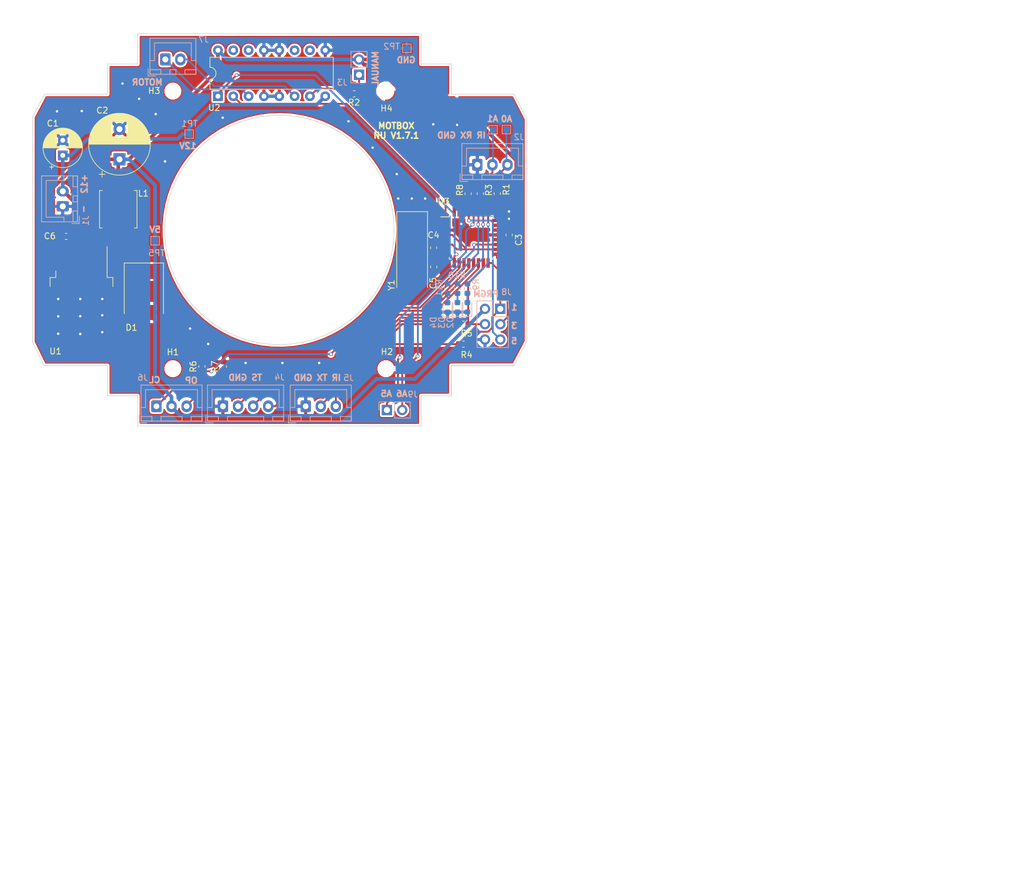
<source format=kicad_pcb>
(kicad_pcb (version 20171130) (host pcbnew 5.0.2-bee76a0~70~ubuntu18.04.1)
  (title_block (date "jeu. 02 avril 2015"))
  (layers (0 F.Cu signal) (31 B.Cu signal) (34 B.Paste user) (35 F.Paste user) (36 B.SilkS user) (37 F.SilkS user) (38 B.Mask user) (39 F.Mask user) (44 Edge.Cuts user))
  (net 0 "")
  (net 1 GND)
  (net 2 /2)
  (net 3 /4)
  (net 4 /7)
  (net 5 /8)
  (net 6 +5V)
  (net 7 +12V)
  (net 8 "Net-(D1-Pad1)")
  (net 9 /6)
  (net 10 /3)
  (net 11 "Net-(J7-Pad2)")
  (net 12 "Net-(J7-Pad1)")
  (net 13 /10)
  (net 14 /11)
  (net 15 /12)
  (net 16 /5)
  (net 17 "Net-(C3-Pad1)")
  (net 18 "Net-(C4-Pad2)")
  (net 19 "Net-(C5-Pad2)")
  (net 20 "Net-(D3-Pad2)")
  (net 21 "Net-(D4-Pad2)")
  (net 22 /A0)
  (net 23 "Net-(D2-Pad2)")
  (net 24 /A1)
  (net 25 /9)
  (net 26 "Net-(J5-Pad2)")
  (net 27 "Net-(J5-Pad3)")
  (net 28 /SCK)
  (net 29 /RESET)
  (net 30 /A6)
  (net 31 /A5)
  (net 32 /A2)
  (net 33 /A3)
  (net 34 /A4)
  (module TestPoint:TestPoint_Pad_1.0x1.0mm (layer B.Cu) (at 174.3 48.8)
    (fp_text reference TP4 hide)
    (fp_text value TestPoint)
    (pad 1 smd rect (at 0 0) (size 1 1) (layers B.Cu B.Mask) (net 24 /A1))
  )
  (module Resistor_SMD:R_0603_1608Metric (layer F.Cu) (at 151.2875 42.85 180)
    (fp_text reference R2 (at 0 -1.43 180) (layer F.SilkS))
    (fp_text value 100K)
    (pad 1 smd roundrect (at -0.7875 0 180) (size 0.875 0.95) (layers F.Cu F.Paste F.Mask) (net 2 /2))
    (pad 2 smd roundrect (at 0.7875 0 180) (size 0.875 0.95) (layers F.Cu F.Paste F.Mask) (net 1 GND))
  )
  (module Resistor_SMD:R_0603_1608Metric (layer F.Cu) (at 175 59.3875 270)
    (fp_text reference R1 (at -0.6875 -1.5 90) (layer F.SilkS))
    (fp_text value 18K)
    (pad 1 smd roundrect (at -0.7875 0 270) (size 0.875 0.95) (layers F.Cu F.Paste F.Mask) (net 6 +5V))
    (pad 2 smd roundrect (at 0.7875 0 270) (size 0.875 0.95) (layers F.Cu F.Paste F.Mask) (net 22 /A0))
  )
  (module Resistor_SMD:R_0603_1608Metric (layer F.Cu) (at 172.2 59.3875 270)
    (fp_text reference R3 (at -0.5875 -1.4 270) (layer F.SilkS))
    (fp_text value 18K)
    (pad 2 smd roundrect (at 0.7875 0 270) (size 0.875 0.95) (layers F.Cu F.Paste F.Mask) (net 24 /A1))
    (pad 1 smd roundrect (at -0.7875 0 270) (size 0.875 0.95) (layers F.Cu F.Paste F.Mask) (net 6 +5V))
  )
  (module Resistor_SMD:R_0603_1608Metric (layer F.Cu) (at 169.3925 84.328 180)
    (fp_text reference R4 (at -0.5335 -1.778 180) (layer F.SilkS))
    (fp_text value 150E)
    (pad 1 smd roundrect (at -0.7875 0 180) (size 0.875 0.95) (layers F.Cu F.Paste F.Mask) (net 15 /12))
    (pad 2 smd roundrect (at 0.7875 0 180) (size 0.875 0.95) (layers F.Cu F.Paste F.Mask) (net 27 "Net-(J5-Pad3)"))
  )
  (module Connector_JST:JST_XH_B03B-XH-A_1x03_P2.50mm_Vertical (layer B.Cu) (at 171.704 54.61)
    (fp_text reference J2 (at 6.9 -4.6) (layer B.SilkS) (effects (justify mirror)))
    (fp_text value JST_XH_3pin)
    (pad 3 thru_hole oval (at 5 0) (size 1.7 1.95) (drill 0.95) (layers *.Cu *.Mask) (net 22 /A0))
    (pad 2 thru_hole oval (at 2.5 0) (size 1.7 1.95) (drill 0.95) (layers *.Cu *.Mask) (net 24 /A1))
    (pad 1 thru_hole roundrect (at 0 0) (size 1.7 1.95) (drill 0.95) (layers *.Cu *.Mask) (roundrect_rratio 0.147059) (net 1 GND))
  )
  (module Package_QFP:TQFP-32_7x7mm_P0.8mm (layer F.Cu) (at 170.69 66.63)
    (fp_text reference U3 (at -4.574 -5.924) (layer F.SilkS))
    (fp_text value ATmega328P-AU)
    (pad 32 smd rect (at -2.8 -4.25 90) (size 1.6 0.55) (layers F.Cu F.Paste F.Mask) (net 2 /2))
    (pad 31 smd rect (at -2 -4.25 90) (size 1.6 0.55) (layers F.Cu F.Paste F.Mask))
    (pad 30 smd rect (at -1.2 -4.25 90) (size 1.6 0.55) (layers F.Cu F.Paste F.Mask))
    (pad 29 smd rect (at -0.4 -4.25 90) (size 1.6 0.55) (layers F.Cu F.Paste F.Mask) (net 29 /RESET))
    (pad 28 smd rect (at 0.4 -4.25 90) (size 1.6 0.55) (layers F.Cu F.Paste F.Mask) (net 31 /A5))
    (pad 27 smd rect (at 1.2 -4.25 90) (size 1.6 0.55) (layers F.Cu F.Paste F.Mask) (net 34 /A4))
    (pad 26 smd rect (at 2 -4.25 90) (size 1.6 0.55) (layers F.Cu F.Paste F.Mask) (net 33 /A3))
    (pad 25 smd rect (at 2.8 -4.25 90) (size 1.6 0.55) (layers F.Cu F.Paste F.Mask) (net 32 /A2))
    (pad 24 smd rect (at 4.25 -2.8) (size 1.6 0.55) (layers F.Cu F.Paste F.Mask) (net 24 /A1))
    (pad 23 smd rect (at 4.25 -2) (size 1.6 0.55) (layers F.Cu F.Paste F.Mask) (net 22 /A0))
    (pad 22 smd rect (at 4.25 -1.2) (size 1.6 0.55) (layers F.Cu F.Paste F.Mask))
    (pad 21 smd rect (at 4.25 -0.4) (size 1.6 0.55) (layers F.Cu F.Paste F.Mask) (net 1 GND))
    (pad 20 smd rect (at 4.25 0.4) (size 1.6 0.55) (layers F.Cu F.Paste F.Mask) (net 17 "Net-(C3-Pad1)"))
    (pad 19 smd rect (at 4.25 1.2) (size 1.6 0.55) (layers F.Cu F.Paste F.Mask) (net 30 /A6))
    (pad 18 smd rect (at 4.25 2) (size 1.6 0.55) (layers F.Cu F.Paste F.Mask) (net 6 +5V))
    (pad 17 smd rect (at 4.25 2.8) (size 1.6 0.55) (layers F.Cu F.Paste F.Mask) (net 28 /SCK))
    (pad 16 smd rect (at 2.8 4.25 90) (size 1.6 0.55) (layers F.Cu F.Paste F.Mask) (net 15 /12))
    (pad 15 smd rect (at 2 4.25 90) (size 1.6 0.55) (layers F.Cu F.Paste F.Mask) (net 14 /11))
    (pad 14 smd rect (at 1.2 4.25 90) (size 1.6 0.55) (layers F.Cu F.Paste F.Mask) (net 13 /10))
    (pad 13 smd rect (at 0.4 4.25 90) (size 1.6 0.55) (layers F.Cu F.Paste F.Mask) (net 25 /9))
    (pad 12 smd rect (at -0.4 4.25 90) (size 1.6 0.55) (layers F.Cu F.Paste F.Mask) (net 5 /8))
    (pad 11 smd rect (at -1.2 4.25 90) (size 1.6 0.55) (layers F.Cu F.Paste F.Mask) (net 4 /7))
    (pad 10 smd rect (at -2 4.25 90) (size 1.6 0.55) (layers F.Cu F.Paste F.Mask) (net 9 /6))
    (pad 9 smd rect (at -2.8 4.25 90) (size 1.6 0.55) (layers F.Cu F.Paste F.Mask) (net 16 /5))
    (pad 8 smd rect (at -4.25 2.8) (size 1.6 0.55) (layers F.Cu F.Paste F.Mask) (net 19 "Net-(C5-Pad2)"))
    (pad 7 smd rect (at -4.25 2) (size 1.6 0.55) (layers F.Cu F.Paste F.Mask) (net 18 "Net-(C4-Pad2)"))
    (pad 6 smd rect (at -4.25 1.2) (size 1.6 0.55) (layers F.Cu F.Paste F.Mask) (net 6 +5V))
    (pad 5 smd rect (at -4.25 0.4) (size 1.6 0.55) (layers F.Cu F.Paste F.Mask) (net 1 GND))
    (pad 4 smd rect (at -4.25 -0.4) (size 1.6 0.55) (layers F.Cu F.Paste F.Mask) (net 6 +5V))
    (pad 3 smd rect (at -4.25 -1.2) (size 1.6 0.55) (layers F.Cu F.Paste F.Mask) (net 1 GND))
    (pad 2 smd rect (at -4.25 -2) (size 1.6 0.55) (layers F.Cu F.Paste F.Mask) (net 3 /4))
    (pad 1 smd rect (at -4.25 -2.8) (size 1.6 0.55) (layers F.Cu F.Paste F.Mask) (net 10 /3))
  )
  (module Resistor_SMD:R_0603_1608Metric (layer F.Cu) (at 170.18 59.4105 270)
    (fp_text reference R8 (at -0.6105 1.38 270) (layer F.SilkS))
    (fp_text value 10K)
    (pad 1 smd roundrect (at -0.7875 0 270) (size 0.875 0.95) (layers F.Cu F.Paste F.Mask) (net 6 +5V))
    (pad 2 smd roundrect (at 0.7875 0 270) (size 0.875 0.95) (layers F.Cu F.Paste F.Mask) (net 29 /RESET))
  )
  (module Connector_JST:JST_XH_B04B-XH-A_1x04_P2.50mm_Vertical (layer B.Cu) (at 129.55 94.625)
    (fp_text reference J4 (at 9.375 -4.8) (layer B.SilkS) (effects (justify mirror)))
    (fp_text value JST_XH_4pin)
    (pad 4 thru_hole oval (at 7.5 0) (size 1.7 1.95) (drill 0.95) (layers *.Cu *.Mask) (net 13 /10))
    (pad 3 thru_hole oval (at 5 0) (size 1.7 1.95) (drill 0.95) (layers *.Cu *.Mask) (net 25 /9))
    (pad 2 thru_hole oval (at 2.5 0) (size 1.7 1.95) (drill 0.95) (layers *.Cu *.Mask) (net 5 /8))
    (pad 1 thru_hole roundrect (at 0 0) (size 1.7 1.95) (drill 0.95) (layers *.Cu *.Mask) (roundrect_rratio 0.147059) (net 1 GND))
  )
  (module Connector_JST:JST_XH_B02B-XH-A_1x02_P2.50mm_Vertical (layer B.Cu) (at 120 37.15)
    (fp_text reference J7 (at 6.35 -3.3) (layer B.SilkS) (effects (justify mirror)))
    (fp_text value JST_XH_2pin)
    (pad 1 thru_hole roundrect (at 0 0) (size 1.7 2) (drill 1) (layers *.Cu *.Mask) (roundrect_rratio 0.147059) (net 12 "Net-(J7-Pad1)"))
    (pad 2 thru_hole oval (at 2.5 0) (size 1.7 2) (drill 1) (layers *.Cu *.Mask) (net 11 "Net-(J7-Pad2)"))
  )
  (module Connector_JST:JST_XH_B02B-XH-A_1x02_P2.50mm_Vertical (layer B.Cu) (at 103 61.5 90)
    (fp_text reference J1 (at -2.375 3.8 90) (layer B.SilkS) (effects (justify mirror)))
    (fp_text value JST_XH_2pin)
    (pad 1 thru_hole roundrect (at 0 0 90) (size 1.7 2) (drill 1) (layers *.Cu *.Mask) (roundrect_rratio 0.147059) (net 1 GND))
    (pad 2 thru_hole oval (at 2.5 0 90) (size 1.7 2) (drill 1) (layers *.Cu *.Mask) (net 7 +12V))
  )
  (module Package_DIP:DIP-16_W7.62mm (layer F.Cu) (at 128.72 43.25 90)
    (fp_text reference U2 (at -1.9 -0.62 180) (layer F.SilkS))
    (fp_text value L293D)
    (pad 1 thru_hole rect (at 0 0 90) (size 1.6 1.6) (drill 0.8) (layers *.Cu *.Mask) (net 16 /5))
    (pad 9 thru_hole oval (at 7.62 17.78 90) (size 1.6 1.6) (drill 0.8) (layers *.Cu *.Mask) (net 1 GND))
    (pad 2 thru_hole oval (at 0 2.54 90) (size 1.6 1.6) (drill 0.8) (layers *.Cu *.Mask) (net 3 /4))
    (pad 10 thru_hole oval (at 7.62 15.24 90) (size 1.6 1.6) (drill 0.8) (layers *.Cu *.Mask))
    (pad 3 thru_hole oval (at 0 5.08 90) (size 1.6 1.6) (drill 0.8) (layers *.Cu *.Mask) (net 12 "Net-(J7-Pad1)"))
    (pad 11 thru_hole oval (at 7.62 12.7 90) (size 1.6 1.6) (drill 0.8) (layers *.Cu *.Mask))
    (pad 4 thru_hole oval (at 0 7.62 90) (size 1.6 1.6) (drill 0.8) (layers *.Cu *.Mask) (net 1 GND))
    (pad 12 thru_hole oval (at 7.62 10.16 90) (size 1.6 1.6) (drill 0.8) (layers *.Cu *.Mask) (net 1 GND))
    (pad 5 thru_hole oval (at 0 10.16 90) (size 1.6 1.6) (drill 0.8) (layers *.Cu *.Mask) (net 1 GND))
    (pad 13 thru_hole oval (at 7.62 7.62 90) (size 1.6 1.6) (drill 0.8) (layers *.Cu *.Mask) (net 1 GND))
    (pad 6 thru_hole oval (at 0 12.7 90) (size 1.6 1.6) (drill 0.8) (layers *.Cu *.Mask) (net 11 "Net-(J7-Pad2)"))
    (pad 14 thru_hole oval (at 7.62 5.08 90) (size 1.6 1.6) (drill 0.8) (layers *.Cu *.Mask))
    (pad 7 thru_hole oval (at 0 15.24 90) (size 1.6 1.6) (drill 0.8) (layers *.Cu *.Mask) (net 10 /3))
    (pad 15 thru_hole oval (at 7.62 2.54 90) (size 1.6 1.6) (drill 0.8) (layers *.Cu *.Mask))
    (pad 8 thru_hole oval (at 0 17.78 90) (size 1.6 1.6) (drill 0.8) (layers *.Cu *.Mask) (net 7 +12V))
    (pad 16 thru_hole oval (at 7.62 0 90) (size 1.6 1.6) (drill 0.8) (layers *.Cu *.Mask) (net 6 +5V))
  )
  (module Package_TO_SOT_SMD:TO-263-5_TabPin3 (layer F.Cu) (at 106.1 76.235 270)
    (fp_text reference U1 (at 9.275 4.3) (layer F.SilkS))
    (fp_text value LM2576R-5.0)
    (pad 1 smd rect (at -5.775 -3.4 270) (size 4.6 1.1) (layers F.Cu F.Paste F.Mask) (net 7 +12V))
    (pad 2 smd rect (at -5.775 -1.7 270) (size 4.6 1.1) (layers F.Cu F.Paste F.Mask) (net 8 "Net-(D1-Pad1)"))
    (pad 3 smd rect (at -5.775 0 270) (size 4.6 1.1) (layers F.Cu F.Paste F.Mask) (net 1 GND))
    (pad 4 smd rect (at -5.775 1.7 270) (size 4.6 1.1) (layers F.Cu F.Paste F.Mask) (net 6 +5V))
    (pad 5 smd rect (at -5.775 3.4 270) (size 4.6 1.1) (layers F.Cu F.Paste F.Mask) (net 1 GND))
    (pad 3 smd rect (at 3.375 0 270) (size 9.4 10.8) (layers F.Cu F.Mask) (net 1 GND))
  )
  (module Inductor_SMD:L_Bourns_SRN6045TA (layer F.Cu) (at 112.2 61.975 90)
    (fp_text reference L1 (at 2.625 4.15 180) (layer F.SilkS))
    (fp_text value SRN6045-101M)
    (pad 1 smd rect (at -2.075 0 90) (size 2.35 5.1) (layers F.Cu F.Paste F.Mask) (net 8 "Net-(D1-Pad1)"))
    (pad 2 smd rect (at 2.075 0 90) (size 2.35 5.1) (layers F.Cu F.Paste F.Mask) (net 6 +5V))
  )
  (module Capacitor_THT:CP_Radial_D6.3mm_P2.50mm (layer F.Cu) (at 103 53.05 90)
    (fp_text reference C1 (at 5.3 -1.65 180) (layer F.SilkS))
    (fp_text value 100uF,25V)
    (pad 1 thru_hole rect (at 0 0 90) (size 1.6 1.6) (drill 0.8) (layers *.Cu *.Mask) (net 7 +12V))
    (pad 2 thru_hole circle (at 2.5 0 90) (size 1.6 1.6) (drill 0.8) (layers *.Cu *.Mask) (net 1 GND))
  )
  (module Capacitor_THT:CP_Radial_D10.0mm_P5.00mm (layer F.Cu) (at 112.4 53.7 90)
    (fp_text reference C2 (at 8.1 -2.85 180) (layer F.SilkS))
    (fp_text value 1000uF,16V)
    (pad 1 thru_hole rect (at 0 0 90) (size 2 2) (drill 1) (layers *.Cu *.Mask) (net 6 +5V))
    (pad 2 thru_hole circle (at 5 0 90) (size 2 2) (drill 1) (layers *.Cu *.Mask) (net 1 GND))
  )
  (module Diode_SMD:D_SMC (layer F.Cu) (at 116.44 75.69 270)
    (fp_text reference D1 (at 5.9 2.05) (layer F.SilkS))
    (fp_text value SS34)
    (pad 1 smd rect (at -3.4 0) (size 3.3 2.5) (layers F.Cu F.Paste F.Mask) (net 8 "Net-(D1-Pad1)"))
    (pad 2 smd rect (at 3.4 0) (size 3.3 2.5) (layers F.Cu F.Paste F.Mask) (net 1 GND))
  )
  (module Connector_JST:JST_XH_B03B-XH-A_1x03_P2.50mm_Vertical (layer B.Cu) (at 118.525 94.625)
    (fp_text reference J6 (at -2.275 -4.75) (layer B.SilkS) (effects (justify mirror)))
    (fp_text value JST_XH_3pin)
    (pad 1 thru_hole roundrect (at 0 0) (size 1.7 1.95) (drill 0.95) (layers *.Cu *.Mask) (roundrect_rratio 0.147059) (net 9 /6))
    (pad 2 thru_hole oval (at 2.5 0) (size 1.7 1.95) (drill 0.95) (layers *.Cu *.Mask) (net 6 +5V))
    (pad 3 thru_hole oval (at 5 0) (size 1.7 1.95) (drill 0.95) (layers *.Cu *.Mask) (net 4 /7))
  )
  (module MountingHole:MountingHole_2.2mm_M2_ISO7380 (layer F.Cu) (at 121.25 88.4)
    (fp_text reference H1 (at 0 -2.75) (layer F.SilkS))
    (fp_text value MountingHole)
    (pad 1 np_thru_hole circle (at 0 0) (size 2.2 2.2) (drill 2.2) (layers *.Cu *.Mask))
  )
  (module MountingHole:MountingHole_2.2mm_M2_ISO7380 (layer F.Cu) (at 156.55 88.4)
    (fp_text reference H2 (at 0.168 -2.802) (layer F.SilkS))
    (fp_text value MountingHole)
    (pad 1 np_thru_hole circle (at 0 0) (size 2.2 2.2) (drill 2.2) (layers *.Cu *.Mask))
  )
  (module MountingHole:MountingHole_2.2mm_M2_ISO7380 (layer F.Cu) (at 121.25 42.4)
    (fp_text reference H3 (at -3.1 -0.05) (layer F.SilkS))
    (fp_text value MountingHole)
    (pad 1 np_thru_hole circle (at 0 0) (size 2.2 2.2) (drill 2.2) (layers *.Cu *.Mask))
  )
  (module MountingHole:MountingHole_2.2mm_M2_ISO7380 (layer F.Cu) (at 156.55 42.4)
    (fp_text reference H4 (at 0.1 2.85) (layer F.SilkS))
    (fp_text value MountingHole)
    (pad 1 np_thru_hole circle (at 0 0) (size 2.2 2.2) (drill 2.2) (layers *.Cu *.Mask))
  )
  (module Capacitor_SMD:C_0603_1608Metric (layer F.Cu) (at 176.98 66.24 90)
    (fp_text reference C3 (at -0.816 1.582 90) (layer F.SilkS))
    (fp_text value 0.1uF)
    (pad 2 smd roundrect (at 0.7875 0 90) (size 0.875 0.95) (layers F.Cu F.Paste F.Mask) (net 1 GND))
    (pad 1 smd roundrect (at -0.7875 0 90) (size 0.875 0.95) (layers F.Cu F.Paste F.Mask) (net 17 "Net-(C3-Pad1)"))
  )
  (module Capacitor_SMD:C_0603_1608Metric (layer F.Cu) (at 164.47 68.3605 270)
    (fp_text reference C4 (at -2.1025 0.02) (layer F.SilkS))
    (fp_text value 22pF)
    (pad 1 smd roundrect (at -0.7875 0 270) (size 0.875 0.95) (layers F.Cu F.Paste F.Mask) (net 1 GND))
    (pad 2 smd roundrect (at 0.7875 0 270) (size 0.875 0.95) (layers F.Cu F.Paste F.Mask) (net 18 "Net-(C4-Pad2)"))
  )
  (module Capacitor_SMD:C_0603_1608Metric (layer F.Cu) (at 164.48 71.5355 90)
    (fp_text reference C5 (at -2.6895 -0.105 90) (layer F.SilkS))
    (fp_text value 22pF)
    (pad 2 smd roundrect (at 0.7875 0 90) (size 0.875 0.95) (layers F.Cu F.Paste F.Mask) (net 19 "Net-(C5-Pad2)"))
    (pad 1 smd roundrect (at -0.7875 0 90) (size 0.875 0.95) (layers F.Cu F.Paste F.Mask) (net 1 GND))
  )
  (module Capacitor_SMD:C_0603_1608Metric (layer F.Cu) (at 103.5625 66.48)
    (fp_text reference C6 (at -2.7025 -0.06) (layer F.SilkS))
    (fp_text value 0.1uF)
    (pad 1 smd roundrect (at -0.7875 0) (size 0.875 0.95) (layers F.Cu F.Paste F.Mask) (net 1 GND))
    (pad 2 smd roundrect (at 0.7875 0) (size 0.875 0.95) (layers F.Cu F.Paste F.Mask) (net 6 +5V))
  )
  (module Connector_PinHeader_2.54mm:PinHeader_1x02_P2.54mm_Vertical (layer B.Cu) (at 152.1 39.7)
    (fp_text reference J3 (at -2.794 1.27) (layer B.SilkS) (effects (justify mirror)))
    (fp_text value Conn_01x02)
    (pad 1 thru_hole rect (at 0 0) (size 1.7 1.7) (drill 1) (layers *.Cu *.Mask) (net 2 /2))
    (pad 2 thru_hole oval (at 0 -2.54) (size 1.7 1.7) (drill 1) (layers *.Cu *.Mask) (net 6 +5V))
  )
  (module Connector_PinHeader_2.54mm:PinHeader_1x02_P2.54mm_Vertical (layer B.Cu) (at 156.718 95.25 270)
    (fp_text reference J9 (at -2.6 -4.307) (layer B.SilkS) (effects (justify mirror)))
    (fp_text value Conn_01x02)
    (pad 2 thru_hole oval (at 0 -2.54 270) (size 1.7 1.7) (drill 1) (layers *.Cu *.Mask) (net 30 /A6))
    (pad 1 thru_hole rect (at 0 0 270) (size 1.7 1.7) (drill 1) (layers *.Cu *.Mask) (net 31 /A5))
  )
  (module Resistor_SMD:R_0603_1608Metric (layer F.Cu) (at 126.05 88.0375 90)
    (fp_text reference R6 (at 0 -1.43 90) (layer F.SilkS))
    (fp_text value 100K)
    (pad 2 smd roundrect (at 0.7875 0 90) (size 0.875 0.95) (layers F.Cu F.Paste F.Mask) (net 1 GND))
    (pad 1 smd roundrect (at -0.7875 0 90) (size 0.875 0.95) (layers F.Cu F.Paste F.Mask) (net 9 /6))
  )
  (module Resistor_SMD:R_0603_1608Metric (layer F.Cu) (at 129.625 88.0375 90)
    (fp_text reference R7 (at 0 -1.43 90) (layer F.SilkS))
    (fp_text value 100K)
    (pad 1 smd roundrect (at -0.7875 0 90) (size 0.875 0.95) (layers F.Cu F.Paste F.Mask) (net 4 /7))
    (pad 2 smd roundrect (at 0.7875 0 90) (size 0.875 0.95) (layers F.Cu F.Paste F.Mask) (net 1 GND))
  )
  (module Resistor_SMD:R_0603_1608Metric (layer B.Cu) (at 170.052 75.128 90)
    (fp_text reference R9 (at 0.698 1.428 90) (layer B.SilkS) (effects (justify mirror)))
    (fp_text value 150E)
    (pad 1 smd roundrect (at -0.7875 0 90) (size 0.875 0.95) (layers B.Cu B.Paste B.Mask) (net 23 "Net-(D2-Pad2)"))
    (pad 2 smd roundrect (at 0.7875 0 90) (size 0.875 0.95) (layers B.Cu B.Paste B.Mask) (net 32 /A2))
  )
  (module Resistor_SMD:R_0603_1608Metric (layer B.Cu) (at 168.4095 75.128 90)
    (fp_text reference R10 (at 2.228 -0.1095) (layer B.SilkS) (effects (justify mirror)))
    (fp_text value 150E)
    (pad 2 smd roundrect (at 0.7875 0 90) (size 0.875 0.95) (layers B.Cu B.Paste B.Mask) (net 33 /A3))
    (pad 1 smd roundrect (at -0.7875 0 90) (size 0.875 0.95) (layers B.Cu B.Paste B.Mask) (net 20 "Net-(D3-Pad2)"))
  )
  (module Resistor_SMD:R_0603_1608Metric (layer B.Cu) (at 166.767 75.128 90)
    (fp_text reference R11 (at 0.128 -1.427 90) (layer B.SilkS) (effects (justify mirror)))
    (fp_text value 150E)
    (pad 1 smd roundrect (at -0.7875 0 90) (size 0.875 0.95) (layers B.Cu B.Paste B.Mask) (net 21 "Net-(D4-Pad2)"))
    (pad 2 smd roundrect (at 0.7875 0 90) (size 0.875 0.95) (layers B.Cu B.Paste B.Mask) (net 34 /A4))
  )
  (module Crystal:Crystal_SMD_HC49-SD (layer F.Cu) (at 160.9 69.078 270)
    (fp_text reference Y1 (at 5.48 3.44 270) (layer F.SilkS))
    (fp_text value ABLS-16.000MHZ-B4-T)
    (pad 1 smd rect (at -4.25 0 270) (size 4.5 2) (layers F.Cu F.Paste F.Mask) (net 18 "Net-(C4-Pad2)"))
    (pad 2 smd rect (at 4.25 0 270) (size 4.5 2) (layers F.Cu F.Paste F.Mask) (net 19 "Net-(C5-Pad2)"))
  )
  (module TestPoint:TestPoint_Pad_1.0x1.0mm (layer B.Cu) (at 123.952 49.53)
    (fp_text reference TP1 (at 0.048 -1.73) (layer B.SilkS) (effects (justify mirror)))
    (fp_text value TestPoint)
    (pad 1 smd rect (at 0 0) (size 1 1) (layers B.Cu B.Mask) (net 7 +12V))
  )
  (module TestPoint:TestPoint_Pad_1.0x1.0mm (layer B.Cu) (at 160.02 35.306)
    (fp_text reference TP2 (at -2.52 -0.306) (layer B.SilkS) (effects (justify mirror)))
    (fp_text value TestPoint)
    (pad 1 smd rect (at 0 0) (size 1 1) (layers B.Cu B.Mask) (net 1 GND))
  )
  (module TestPoint:TestPoint_Pad_1.0x1.0mm (layer B.Cu) (at 176.53 48.768)
    (fp_text reference TP3 hide)
    (fp_text value TestPoint)
    (pad 1 smd rect (at 0 0) (size 1 1) (layers B.Cu B.Mask) (net 22 /A0))
  )
  (module TestPoint:TestPoint_Pad_1.0x1.0mm (layer B.Cu) (at 118.3 67.2)
    (fp_text reference TP5 (at 0.254 2.032) (layer B.SilkS) (effects (justify mirror)))
    (fp_text value TestPoint)
    (pad 1 smd rect (at 0 0) (size 1 1) (layers B.Cu B.Mask) (net 6 +5V))
  )
  (module Connector_JST:JST_XH_B03B-XH-A_1x03_P2.50mm_Vertical (layer B.Cu) (at 143.256 94.625)
    (fp_text reference J5 (at 7.112 -4.709) (layer B.SilkS) (effects (justify mirror)))
    (fp_text value JST_XH_3pin)
    (pad 1 thru_hole roundrect (at 0 0) (size 1.7 1.95) (drill 0.95) (layers *.Cu *.Mask) (roundrect_rratio 0.147059) (net 1 GND))
    (pad 2 thru_hole oval (at 2.5 0) (size 1.7 1.95) (drill 0.95) (layers *.Cu *.Mask) (net 26 "Net-(J5-Pad2)"))
    (pad 3 thru_hole oval (at 5 0) (size 1.7 1.95) (drill 0.95) (layers *.Cu *.Mask) (net 27 "Net-(J5-Pad3)"))
  )
  (module Connector_PinHeader_2.54mm:PinHeader_2x03_P2.54mm_Vertical (layer B.Cu) (at 175.514 78.486 180)
    (fp_text reference J8 (at -1.016 2.794 180) (layer B.SilkS) (effects (justify mirror)))
    (fp_text value Conn_02x03_Odd_Even)
    (pad 1 thru_hole rect (at 0 0 180) (size 1.7 1.7) (drill 1) (layers *.Cu *.Mask) (net 15 /12))
    (pad 2 thru_hole oval (at 2.54 0 180) (size 1.7 1.7) (drill 1) (layers *.Cu *.Mask) (net 6 +5V))
    (pad 3 thru_hole oval (at 0 -2.54 180) (size 1.7 1.7) (drill 1) (layers *.Cu *.Mask) (net 28 /SCK))
    (pad 4 thru_hole oval (at 2.54 -2.54 180) (size 1.7 1.7) (drill 1) (layers *.Cu *.Mask) (net 14 /11))
    (pad 5 thru_hole oval (at 0 -5.08 180) (size 1.7 1.7) (drill 1) (layers *.Cu *.Mask) (net 29 /RESET))
    (pad 6 thru_hole oval (at 2.54 -5.08 180) (size 1.7 1.7) (drill 1) (layers *.Cu *.Mask) (net 1 GND))
  )
  (module Resistor_SMD:R_0603_1608Metric (layer F.Cu) (at 169.3925 81.026 180)
    (fp_text reference R5 (at -0.5335 -1.524 180) (layer F.SilkS))
    (fp_text value 150E)
    (pad 1 smd roundrect (at -0.7875 0 180) (size 0.875 0.95) (layers F.Cu F.Paste F.Mask) (net 14 /11))
    (pad 2 smd roundrect (at 0.7875 0 180) (size 0.875 0.95) (layers F.Cu F.Paste F.Mask) (net 26 "Net-(J5-Pad2)"))
  )
  (module LED_SMD:LED_0603_1608Metric (layer B.Cu) (at 170.052 78.228 90)
    (fp_text reference D2 (at -2.522 -2.852 90) (layer B.SilkS) (effects (justify mirror)))
    (fp_text value LED_RED)
    (pad 2 smd roundrect (at 0.7875 0 90) (size 0.875 0.95) (layers B.Cu B.Paste B.Mask) (net 23 "Net-(D2-Pad2)"))
    (pad 1 smd roundrect (at -0.7875 0 90) (size 0.875 0.95) (layers B.Cu B.Paste B.Mask) (net 1 GND))
  )
  (module LED_SMD:LED_0603_1608Metric (layer B.Cu) (at 168.4095 78.228 90)
    (fp_text reference D3 (at -2.522 -2.5845 90) (layer B.SilkS) (effects (justify mirror)))
    (fp_text value LED_BLUE)
    (pad 1 smd roundrect (at -0.7875 0 90) (size 0.875 0.95) (layers B.Cu B.Paste B.Mask) (net 1 GND))
    (pad 2 smd roundrect (at 0.7875 0 90) (size 0.875 0.95) (layers B.Cu B.Paste B.Mask) (net 20 "Net-(D3-Pad2)"))
  )
  (module LED_SMD:LED_0603_1608Metric (layer B.Cu) (at 166.767 78.258 90)
    (fp_text reference D4 (at -2.492 -2.342 90) (layer B.SilkS) (effects (justify mirror)))
    (fp_text value LED_GREEN)
    (pad 1 smd roundrect (at -0.7875 0 90) (size 0.875 0.95) (layers B.Cu B.Paste B.Mask) (net 1 GND))
    (pad 2 smd roundrect (at 0.7875 0 90) (size 0.875 0.95) (layers B.Cu B.Paste B.Mask) (net 21 "Net-(D4-Pad2)"))
  )
  (gr_text CL (at 118.24 90.27) (layer B.SilkS) (effects (font (size 1 1) (thickness 0.25)) (justify mirror)))
  (gr_text "MOTBOX\nNU V1.7.1" (at 158.275 48.95) (layer F.SilkS) (effects (font (size 1 1) (thickness 0.25))))
  (gr_text A1 (at 174.225 46.975) (layer B.SilkS) (effects (font (size 1 1) (thickness 0.25)) (justify mirror)))
  (gr_text 5V (at 118.3 65.35) (layer B.SilkS) (effects (font (size 1 1) (thickness 0.25)) (justify mirror)))
  (gr_text 12V (at 123.725 51.475) (layer B.SilkS) (effects (font (size 1 1) (thickness 0.25)) (justify mirror)))
  (gr_text 5 (at 177.8 83.82) (layer B.SilkS) (effects (font (size 1 1) (thickness 0.25)) (justify mirror)))
  (gr_text 3 (at 177.8 81.28) (layer B.SilkS) (effects (font (size 1 1) (thickness 0.25)) (justify mirror)))
  (gr_text 1 (at 177.8 78.232) (layer B.SilkS) (effects (font (size 1 1) (thickness 0.25)) (justify mirror)))
  (gr_text A0 (at 176.55 47) (layer B.SilkS) (effects (font (size 1 1) (thickness 0.25)) (justify mirror)))
  (gr_text MOTOR (at 117 40.925) (layer B.SilkS) (effects (font (size 1 1) (thickness 0.25)) (justify mirror)))
  (gr_text GND (at 159.9 37.25) (layer B.SilkS) (effects (font (size 1 1) (thickness 0.25)) (justify mirror)))
  (gr_text "A6 A5" (at 157.9 92.55) (layer B.SilkS) (effects (font (size 1 1) (thickness 0.25)) (justify mirror)))
  (gr_text PRGM (at 173.125 76) (layer B.SilkS) (effects (font (size 1 1) (thickness 0.25)) (justify mirror)))
  (gr_text MANUAL (at 154.8 38.675 90) (layer B.SilkS) (effects (font (size 1 1) (thickness 0.25)) (justify mirror)))
  (gr_text "IR RX GND" (at 169.075 49.725) (layer B.SilkS) (effects (font (size 1 1) (thickness 0.25)) (justify mirror)))
  (gr_text "IR TX GND" (at 145.19 89.9) (layer B.SilkS) (effects (font (size 1 1) (thickness 0.25)) (justify mirror)))
  (gr_text "TS GND" (at 133.25 89.87) (layer B.SilkS) (effects (font (size 1 1) (thickness 0.25)) (justify mirror)))
  (gr_text OP (at 124.29 90.35) (layer B.SilkS) (effects (font (size 1 1) (thickness 0.25)) (justify mirror)))
  (gr_text - (at 106.425 61.95 90) (layer B.SilkS) (effects (font (size 1 1) (thickness 0.25)) (justify mirror)))
  (gr_text +12 (at 106.575 57.775 90) (layer B.SilkS) (effects (font (size 1 1) (thickness 0.25)) (justify mirror)))
  (gr_line (start 179.9 83.9) (end 177.8 87.9) (layer Edge.Cuts) (width 0.1))
  (gr_line (start 98 84) (end 99.9 87.9) (layer Edge.Cuts) (width 0.1))
  (gr_line (start 100 42.9) (end 98 46.7) (layer Edge.Cuts) (width 0.1))
  (gr_line (start 177.8 42.9) (end 179.9 47) (layer Edge.Cuts) (width 0.1))
  (gr_line (start 115.4 92.9) (end 115.4 97.9) (layer Edge.Cuts) (width 0.1))
  (gr_line (start 110.4 92.9) (end 115.4 92.9) (layer Edge.Cuts) (width 0.1))
  (gr_line (start 110.4 87.9) (end 110.4 92.9) (layer Edge.Cuts) (width 0.1))
  (gr_line (start 99.9 87.9) (end 110.4 87.9) (layer Edge.Cuts) (width 0.1))
  (gr_line (start 162.4 97.9) (end 115.4 97.9) (layer Edge.Cuts) (width 0.1))
  (gr_line (start 162.4 92.9) (end 162.4 97.9) (layer Edge.Cuts) (width 0.1))
  (gr_line (start 167.4 92.9) (end 162.4 92.9) (layer Edge.Cuts) (width 0.1))
  (gr_line (start 167.4 87.9) (end 167.4 92.9) (layer Edge.Cuts) (width 0.15))
  (gr_line (start 167.4 87.9) (end 177.8 87.9) (layer Edge.Cuts) (width 0.15))
  (gr_line (start 167.4 42.9) (end 177.8 42.9) (layer Edge.Cuts) (width 0.1))
  (gr_line (start 167.4 37.9) (end 167.4 42.9) (layer Edge.Cuts) (width 0.1))
  (gr_line (start 110.4 42.9) (end 100 42.9) (layer Edge.Cuts) (width 0.1))
  (gr_line (start 110.4 37.9) (end 110.4 42.9) (layer Edge.Cuts) (width 0.1))
  (gr_line (start 179.9 83.9) (end 179.9 47) (layer Edge.Cuts) (width 0.1))
  (gr_line (start 98 84) (end 98 46.7) (layer Edge.Cuts) (width 0.1))
  (gr_line (start 162.4 37.9) (end 167.4 37.9) (layer Edge.Cuts) (width 0.1))
  (gr_line (start 162.4 32.9) (end 162.4 37.9) (layer Edge.Cuts) (width 0.1))
  (gr_line (start 115.4 32.9) (end 162.4 32.9) (layer Edge.Cuts) (width 0.1))
  (gr_line (start 115.4 33) (end 115.4 32.9) (layer Edge.Cuts) (width 0.1))
  (gr_line (start 115.4 37.9) (end 115.4 33) (layer Edge.Cuts) (width 0.1))
  (gr_line (start 110.4 37.9) (end 115.4 37.9) (layer Edge.Cuts) (width 0.1))
  (gr_circle (center 138.9 65.4) (end 157.9 65.5) (layer Edge.Cuts) (width 0.1))
  (via (at 102.25 82.6) (size 0.6) (drill 0.4) (layers F.Cu B.Cu) (net 1))
  (via (at 105.9 82.65) (size 0.6) (drill 0.4) (layers F.Cu B.Cu) (net 1))
  (via (at 109.55 82.35) (size 0.6) (drill 0.4) (layers F.Cu B.Cu) (net 1))
  (via (at 109.55 79.55) (size 0.6) (drill 0.4) (layers F.Cu B.Cu) (net 1))
  (via (at 105.9 79.7) (size 0.6) (drill 0.4) (layers F.Cu B.Cu) (net 1))
  (via (at 102.25 79.725) (size 0.6) (drill 0.4) (layers F.Cu B.Cu) (net 1))
  (via (at 109.55 76.85) (size 0.6) (drill 0.4) (layers F.Cu B.Cu) (net 1))
  (via (at 105.9 76.85) (size 0.6) (drill 0.4) (layers F.Cu B.Cu) (net 1))
  (via (at 102.25 76.85) (size 0.6) (drill 0.4) (layers F.Cu B.Cu) (net 1))
  (segment (start 165.013 67.03) (end 164.47 67.573) (width 0.3) (layer F.Cu) (net 1))
  (segment (start 166.44 67.03) (end 165.013 67.03) (width 0.3) (layer F.Cu) (net 1))
  (segment (start 176.2025 66.23) (end 176.98 65.4525) (width 0.3) (layer F.Cu) (net 1))
  (segment (start 174.94 66.23) (end 176.2025 66.23) (width 0.3) (layer F.Cu) (net 1))
  (via (at 176.95 63.55) (size 0.6) (drill 0.4) (layers F.Cu B.Cu) (net 1))
  (via (at 176.95 62.35) (size 0.6) (drill 0.4) (layers F.Cu B.Cu) (net 1))
  (segment (start 173.84 66.23) (end 174.94 66.23) (width 0.3) (layer F.Cu) (net 1))
  (segment (start 169.426494 65.43) (end 170.226494 66.23) (width 0.3) (layer F.Cu) (net 1))
  (segment (start 170.226494 66.23) (end 173.84 66.23) (width 0.3) (layer F.Cu) (net 1))
  (segment (start 166.44 65.43) (end 169.426494 65.43) (width 0.3) (layer F.Cu) (net 1))
  (segment (start 164.47 67.0355) (end 164.47 67.573) (width 0.3) (layer F.Cu) (net 1))
  (segment (start 164.47 66.3) (end 164.47 67.0355) (width 0.3) (layer F.Cu) (net 1))
  (segment (start 165.34 65.43) (end 164.47 66.3) (width 0.3) (layer F.Cu) (net 1))
  (segment (start 166.44 65.43) (end 165.34 65.43) (width 0.3) (layer F.Cu) (net 1))
  (segment (start 126.05 87.25) (end 129.625 87.25) (width 0.3) (layer F.Cu) (net 1))
  (segment (start 125.475 87.25) (end 126.05 87.25) (width 0.3) (layer F.Cu) (net 1))
  (segment (start 125 87.25) (end 125.475 87.25) (width 0.3) (layer F.Cu) (net 1))
  (segment (start 116.84 79.09) (end 125 87.25) (width 0.3) (layer F.Cu) (net 1))
  (segment (start 116.44 79.09) (end 116.84 79.09) (width 0.3) (layer F.Cu) (net 1))
  (via (at 102.05 45.75) (size 0.6) (drill 0.4) (layers F.Cu B.Cu) (net 1))
  (via (at 106.15 45.7) (size 0.6) (drill 0.4) (layers F.Cu B.Cu) (net 1))
  (via (at 112.9 41.15) (size 0.6) (drill 0.4) (layers F.Cu B.Cu) (net 1))
  (via (at 115.65 43.675) (size 0.6) (drill 0.4) (layers F.Cu B.Cu) (net 1))
  (via (at 118.4 46.2) (size 0.6) (drill 0.4) (layers F.Cu B.Cu) (net 1))
  (via (at 160.85 60.2) (size 0.6) (drill 0.4) (layers F.Cu B.Cu) (net 1))
  (via (at 164.4 47.9) (size 0.6) (drill 0.4) (layers F.Cu B.Cu) (net 1))
  (via (at 168.35 48) (size 0.6) (drill 0.4) (layers F.Cu B.Cu) (net 1))
  (via (at 124.1 81.75) (size 0.6) (drill 0.4) (layers F.Cu B.Cu) (net 1))
  (via (at 127.1 84.3) (size 0.6) (drill 0.4) (layers F.Cu B.Cu) (net 1))
  (via (at 119.95 54.05) (size 0.6) (drill 0.4) (layers F.Cu B.Cu) (net 1))
  (via (at 129.5 46.8) (size 0.6) (drill 0.4) (layers F.Cu B.Cu) (net 1))
  (via (at 150.35 47.4) (size 0.6) (drill 0.4) (layers F.Cu B.Cu) (net 1))
  (via (at 154.35 51.775) (size 0.6) (drill 0.4) (layers F.Cu B.Cu) (net 1))
  (via (at 158.35 56.15) (size 0.6) (drill 0.4) (layers F.Cu B.Cu) (net 1))
  (via (at 169.05 64.4) (size 0.6) (drill 0.4) (layers F.Cu B.Cu) (net 1))
  (via (at 158.6 60.2) (size 0.6) (drill 0.4) (layers F.Cu B.Cu) (net 1))
  (via (at 163.05 60.2) (size 0.6) (drill 0.4) (layers F.Cu B.Cu) (net 1))
  (via (at 133.3 87.45) (size 0.6) (drill 0.4) (layers F.Cu B.Cu) (net 1))
  (via (at 139.4 87.45) (size 0.6) (drill 0.4) (layers F.Cu B.Cu) (net 1))
  (via (at 145.5 87.45) (size 0.6) (drill 0.4) (layers F.Cu B.Cu) (net 1))
  (segment (start 152.1 42.825) (end 152.075 42.85) (width 0.3) (layer F.Cu) (net 2))
  (segment (start 152.1 39.7) (end 152.1 42.825) (width 0.3) (layer F.Cu) (net 2))
  (segment (start 167.89 58.665) (end 152.075 42.85) (width 0.3) (layer F.Cu) (net 2))
  (segment (start 167.89 62.38) (end 167.89 58.665) (width 0.3) (layer F.Cu) (net 2))
  (segment (start 131.26 43.25) (end 132.510001 44.500001) (width 0.3) (layer F.Cu) (net 3))
  (segment (start 165.34 64.63) (end 166.44 64.63) (width 0.3) (layer F.Cu) (net 3))
  (segment (start 165.289999 59.767891) (end 165.289999 64.579999) (width 0.3) (layer F.Cu) (net 3))
  (segment (start 150.022109 44.500001) (end 165.289999 59.767891) (width 0.3) (layer F.Cu) (net 3))
  (segment (start 165.289999 64.579999) (end 165.34 64.63) (width 0.3) (layer F.Cu) (net 3))
  (segment (start 132.510001 44.500001) (end 150.022109 44.500001) (width 0.3) (layer F.Cu) (net 3))
  (segment (start 129.2 88.825) (end 129.625 88.825) (width 0.3) (layer F.Cu) (net 4))
  (segment (start 123.525 94.5) (end 129.2 88.825) (width 0.3) (layer F.Cu) (net 4))
  (segment (start 123.525 94.625) (end 123.525 94.5) (width 0.3) (layer F.Cu) (net 4))
  (segment (start 169.49 71.785002) (end 162.475002 78.8) (width 0.3) (layer F.Cu) (net 4))
  (segment (start 169.49 70.88) (end 169.49 71.785002) (width 0.3) (layer F.Cu) (net 4))
  (segment (start 130.2 88.825) (end 129.625 88.825) (width 0.3) (layer F.Cu) (net 4))
  (segment (start 146.725 88.825) (end 130.2 88.825) (width 0.3) (layer F.Cu) (net 4))
  (segment (start 156.75 78.8) (end 146.725 88.825) (width 0.3) (layer F.Cu) (net 4))
  (segment (start 162.475002 78.8) (end 156.75 78.8) (width 0.3) (layer F.Cu) (net 4))
  (segment (start 170.29 70.88) (end 170.29 71.785002) (width 0.3) (layer F.Cu) (net 5))
  (segment (start 170.29 71.785002) (end 162.625002 79.45) (width 0.3) (layer F.Cu) (net 5))
  (segment (start 162.625002 79.45) (end 158.65 79.45) (width 0.3) (layer F.Cu) (net 5))
  (segment (start 132.05 94.5) (end 132.05 94.625) (width 0.3) (layer F.Cu) (net 5))
  (segment (start 135.55001 90.99999) (end 132.05 94.5) (width 0.3) (layer F.Cu) (net 5))
  (segment (start 147.10001 90.99999) (end 135.55001 90.99999) (width 0.3) (layer F.Cu) (net 5))
  (segment (start 158.65 79.45) (end 147.10001 90.99999) (width 0.3) (layer F.Cu) (net 5))
  (segment (start 112.2 53.9) (end 112.4 53.7) (width 0.6) (layer F.Cu) (net 6))
  (segment (start 112.2 59.9) (end 112.2 53.9) (width 0.6) (layer F.Cu) (net 6))
  (segment (start 128.72 36.76137) (end 128.72 35.63) (width 0.6) (layer F.Cu) (net 6))
  (segment (start 128.72 38.98) (end 128.72 36.76137) (width 0.6) (layer F.Cu) (net 6))
  (segment (start 114 53.7) (end 128.72 38.98) (width 0.6) (layer F.Cu) (net 6))
  (segment (start 112.4 53.7) (end 114 53.7) (width 0.6) (layer F.Cu) (net 6))
  (segment (start 104.4 66.53) (end 104.35 66.48) (width 0.6) (layer F.Cu) (net 6))
  (segment (start 104.4 70.46) (end 104.4 66.53) (width 0.6) (layer F.Cu) (net 6))
  (segment (start 169.718388 58.161388) (end 170.18 58.623) (width 0.6) (layer F.Cu) (net 6))
  (segment (start 153.550001 38.369999) (end 153.550001 41.993001) (width 0.6) (layer F.Cu) (net 6))
  (segment (start 153.190001 38.009999) (end 153.550001 38.369999) (width 0.6) (layer F.Cu) (net 6))
  (segment (start 152.949999 38.009999) (end 153.190001 38.009999) (width 0.6) (layer F.Cu) (net 6))
  (segment (start 153.550001 41.993001) (end 169.718388 58.161388) (width 0.6) (layer F.Cu) (net 6))
  (segment (start 152.1 37.16) (end 152.949999 38.009999) (width 0.6) (layer F.Cu) (net 6))
  (segment (start 104.35 65.905) (end 104.35 66.48) (width 0.6) (layer F.Cu) (net 6))
  (segment (start 101.39999 62.95499) (end 104.35 65.905) (width 0.6) (layer F.Cu) (net 6))
  (segment (start 101.39999 58.399387) (end 101.39999 62.95499) (width 0.6) (layer F.Cu) (net 6))
  (segment (start 106.099377 53.7) (end 101.39999 58.399387) (width 0.6) (layer F.Cu) (net 6))
  (segment (start 112.4 53.7) (end 106.099377 53.7) (width 0.6) (layer F.Cu) (net 6))
  (segment (start 118.3 68.3) (end 118.3 67.2) (width 0.6) (layer B.Cu) (net 6))
  (segment (start 121.025 93.05) (end 118.3 90.325) (width 0.6) (layer B.Cu) (net 6))
  (segment (start 118.3 90.325) (end 118.3 68.3) (width 0.6) (layer B.Cu) (net 6))
  (segment (start 121.025 94.625) (end 121.025 93.05) (width 0.6) (layer B.Cu) (net 6))
  (segment (start 114 53.7) (end 112.4 53.7) (width 0.6) (layer B.Cu) (net 6))
  (segment (start 118.3 58) (end 114 53.7) (width 0.6) (layer B.Cu) (net 6))
  (segment (start 118.3 67.2) (end 118.3 58) (width 0.6) (layer B.Cu) (net 6))
  (segment (start 130.25 37.16) (end 152.1 37.16) (width 0.6) (layer B.Cu) (net 6))
  (segment (start 128.72 35.63) (end 130.25 37.16) (width 0.6) (layer B.Cu) (net 6))
  (segment (start 173.84 68.63) (end 174.94 68.63) (width 0.3) (layer F.Cu) (net 6))
  (segment (start 169.94 68.63) (end 173.84 68.63) (width 0.3) (layer F.Cu) (net 6))
  (segment (start 167.54 66.23) (end 169.94 68.63) (width 0.3) (layer F.Cu) (net 6))
  (segment (start 166.44 66.23) (end 167.54 66.23) (width 0.3) (layer F.Cu) (net 6))
  (segment (start 168.34 68.63) (end 169.94 68.63) (width 0.3) (layer F.Cu) (net 6))
  (segment (start 167.54 67.83) (end 168.34 68.63) (width 0.3) (layer F.Cu) (net 6))
  (segment (start 166.44 67.83) (end 167.54 67.83) (width 0.3) (layer F.Cu) (net 6))
  (segment (start 175.461612 59.061612) (end 175 58.6) (width 0.3) (layer F.Cu) (net 6))
  (segment (start 177.90501 61.50501) (end 175.461612 59.061612) (width 0.3) (layer F.Cu) (net 6))
  (segment (start 177.90501 67.523262) (end 177.90501 61.50501) (width 0.3) (layer F.Cu) (net 6))
  (segment (start 176.798272 68.63) (end 177.90501 67.523262) (width 0.3) (layer F.Cu) (net 6))
  (segment (start 174.94 68.63) (end 176.798272 68.63) (width 0.3) (layer F.Cu) (net 6))
  (segment (start 121.025 94.75) (end 121.025 94.625) (width 0.6) (layer B.Cu) (net 6))
  (segment (start 122.47501 96.20001) (end 121.025 94.75) (width 0.6) (layer B.Cu) (net 6))
  (segment (start 148.856613 96.20001) (end 122.47501 96.20001) (width 0.6) (layer B.Cu) (net 6))
  (segment (start 154.956622 90.100001) (end 148.856613 96.20001) (width 0.6) (layer B.Cu) (net 6))
  (segment (start 161.359999 90.100001) (end 154.956622 90.100001) (width 0.6) (layer B.Cu) (net 6))
  (segment (start 172.974 78.486) (end 161.359999 90.100001) (width 0.6) (layer B.Cu) (net 6))
  (segment (start 172.177 58.623) (end 172.2 58.6) (width 0.6) (layer F.Cu) (net 6))
  (segment (start 170.18 58.623) (end 172.177 58.623) (width 0.6) (layer F.Cu) (net 6))
  (segment (start 153.826002 37.16) (end 153.302081 37.16) (width 0.6) (layer F.Cu) (net 6))
  (segment (start 160.216012 43.55001) (end 153.826002 37.16) (width 0.6) (layer F.Cu) (net 6))
  (segment (start 167.819633 43.55001) (end 160.216012 43.55001) (width 0.6) (layer F.Cu) (net 6))
  (segment (start 153.302081 37.16) (end 152.1 37.16) (width 0.6) (layer F.Cu) (net 6))
  (segment (start 178.15401 53.884387) (end 167.819633 43.55001) (width 0.6) (layer F.Cu) (net 6))
  (segment (start 178.15401 55.44599) (end 178.15401 53.884387) (width 0.6) (layer F.Cu) (net 6))
  (segment (start 175 58.6) (end 178.15401 55.44599) (width 0.6) (layer F.Cu) (net 6))
  (segment (start 109.5 67.56) (end 106.4 64.46) (width 0.6) (layer F.Cu) (net 7))
  (segment (start 109.5 70.46) (end 109.5 67.56) (width 0.6) (layer F.Cu) (net 7))
  (segment (start 103.15 59) (end 103 59) (width 0.6) (layer F.Cu) (net 7))
  (segment (start 106.4 62.25) (end 103.15 59) (width 0.6) (layer F.Cu) (net 7))
  (segment (start 106.4 64.46) (end 106.4 62.25) (width 0.6) (layer F.Cu) (net 7))
  (segment (start 103 53.05) (end 103 59) (width 0.6) (layer B.Cu) (net 7))
  (segment (start 122.081999 50.300001) (end 122.852 49.53) (width 0.6) (layer B.Cu) (net 7))
  (segment (start 107.149999 50.300001) (end 122.081999 50.300001) (width 0.6) (layer B.Cu) (net 7))
  (segment (start 122.852 49.53) (end 123.952 49.53) (width 0.6) (layer B.Cu) (net 7))
  (segment (start 104.4 53.05) (end 107.149999 50.300001) (width 0.6) (layer B.Cu) (net 7))
  (segment (start 103 53.05) (end 104.4 53.05) (width 0.6) (layer B.Cu) (net 7))
  (segment (start 145.700001 44.049999) (end 146.5 43.25) (width 0.6) (layer B.Cu) (net 7))
  (segment (start 145.099999 44.650001) (end 145.700001 44.049999) (width 0.6) (layer B.Cu) (net 7))
  (segment (start 127.731999 44.650001) (end 145.099999 44.650001) (width 0.6) (layer B.Cu) (net 7))
  (segment (start 123.952 48.43) (end 127.731999 44.650001) (width 0.6) (layer B.Cu) (net 7))
  (segment (start 123.952 49.53) (end 123.952 48.43) (width 0.6) (layer B.Cu) (net 7))
  (segment (start 112.2 65.825) (end 112.2 64.05) (width 0.6) (layer F.Cu) (net 8))
  (segment (start 112.2 71.690002) (end 112.2 65.825) (width 0.6) (layer F.Cu) (net 8))
  (segment (start 110.530001 73.360001) (end 112.2 71.690002) (width 0.6) (layer F.Cu) (net 8))
  (segment (start 107.800001 73.360001) (end 110.530001 73.360001) (width 0.6) (layer F.Cu) (net 8))
  (segment (start 107.8 70.46) (end 107.800001 73.360001) (width 0.6) (layer F.Cu) (net 8))
  (segment (start 113.575 64.05) (end 112.2 64.05) (width 0.6) (layer F.Cu) (net 8))
  (segment (start 116.44 66.915) (end 113.575 64.05) (width 0.6) (layer F.Cu) (net 8))
  (segment (start 116.44 72.29) (end 116.44 66.915) (width 0.6) (layer F.Cu) (net 8))
  (segment (start 124.325 88.825) (end 126.05 88.825) (width 0.3) (layer F.Cu) (net 9))
  (segment (start 118.525 94.625) (end 124.325 88.825) (width 0.3) (layer F.Cu) (net 9))
  (segment (start 126.05 88.825) (end 126.05 88.670772) (width 0.3) (layer F.Cu) (net 9))
  (segment (start 168.69 71.785002) (end 168.69 70.88) (width 0.3) (layer F.Cu) (net 9))
  (segment (start 162.175002 78.3) (end 168.69 71.785002) (width 0.3) (layer F.Cu) (net 9))
  (segment (start 156.54288 78.3) (end 162.175002 78.3) (width 0.3) (layer F.Cu) (net 9))
  (via (at 127.65 88.85) (size 0.6) (drill 0.4) (layers F.Cu B.Cu) (net 9))
  (segment (start 126.05 88.825) (end 127.625 88.825) (width 0.3) (layer F.Cu) (net 9))
  (segment (start 127.625 88.825) (end 127.65 88.85) (width 0.3) (layer F.Cu) (net 9))
  (segment (start 127.65 88.85) (end 130.30606 86.19394) (width 0.3) (layer B.Cu) (net 9))
  (segment (start 156.54288 78.3) (end 155.1 78.3) (width 0.3) (layer F.Cu) (net 9))
  (via (at 147.45 86) (size 0.6) (drill 0.4) (layers F.Cu B.Cu) (net 9))
  (segment (start 155.1 78.3) (end 147.45 85.95) (width 0.3) (layer F.Cu) (net 9))
  (segment (start 147.45 85.95) (end 147.45 86) (width 0.3) (layer F.Cu) (net 9))
  (segment (start 130.5 86) (end 130.30606 86.19394) (width 0.3) (layer B.Cu) (net 9))
  (segment (start 147.45 86) (end 130.5 86) (width 0.3) (layer B.Cu) (net 9))
  (segment (start 148.229227 41.999999) (end 166.479228 60.25) (width 0.3) (layer F.Cu) (net 10))
  (segment (start 143.96 43.25) (end 145.210001 41.999999) (width 0.3) (layer F.Cu) (net 10))
  (segment (start 145.210001 41.999999) (end 148.229227 41.999999) (width 0.3) (layer F.Cu) (net 10))
  (segment (start 166.44 60.289228) (end 166.44 63.83) (width 0.3) (layer F.Cu) (net 10))
  (segment (start 166.479228 60.25) (end 166.44 60.289228) (width 0.3) (layer F.Cu) (net 10))
  (segment (start 139.769989 41.599989) (end 140.620001 42.450001) (width 0.3) (layer B.Cu) (net 11))
  (segment (start 128.099989 41.599989) (end 139.769989 41.599989) (width 0.3) (layer B.Cu) (net 11))
  (segment (start 123.65 37.15) (end 128.099989 41.599989) (width 0.3) (layer B.Cu) (net 11))
  (segment (start 140.620001 42.450001) (end 141.42 43.25) (width 0.3) (layer B.Cu) (net 11))
  (segment (start 122.5 37.15) (end 123.65 37.15) (width 0.3) (layer B.Cu) (net 11))
  (segment (start 133.000001 42.450001) (end 133.8 43.25) (width 0.3) (layer B.Cu) (net 12))
  (segment (start 132.649999 42.099999) (end 133.000001 42.450001) (width 0.3) (layer B.Cu) (net 12))
  (segment (start 124.949999 42.099999) (end 132.649999 42.099999) (width 0.3) (layer B.Cu) (net 12))
  (segment (start 120 37.15) (end 124.949999 42.099999) (width 0.3) (layer B.Cu) (net 12))
  (segment (start 171.89 71.785002) (end 163.175002 80.5) (width 0.3) (layer F.Cu) (net 13))
  (segment (start 171.89 70.88) (end 171.89 71.785002) (width 0.3) (layer F.Cu) (net 13))
  (segment (start 159.04888 80.5) (end 147.54888 92) (width 0.3) (layer F.Cu) (net 13))
  (segment (start 163.175002 80.5) (end 159.04888 80.5) (width 0.3) (layer F.Cu) (net 13))
  (segment (start 138.2 94.625) (end 137.05 94.625) (width 0.3) (layer F.Cu) (net 13))
  (segment (start 140.825 92) (end 138.2 94.625) (width 0.3) (layer F.Cu) (net 13))
  (segment (start 147.54888 92) (end 140.825 92) (width 0.3) (layer F.Cu) (net 13))
  (segment (start 172.974 81.026) (end 170.18 81.026) (width 0.3) (layer F.Cu) (net 14))
  (segment (start 172.69 71.785002) (end 172.69 70.88) (width 0.3) (layer F.Cu) (net 14))
  (segment (start 170.18 74.295002) (end 172.69 71.785002) (width 0.3) (layer F.Cu) (net 14))
  (segment (start 170.18 81.026) (end 170.18 74.295002) (width 0.3) (layer F.Cu) (net 14))
  (segment (start 175.514 72.329) (end 175.514 77.336) (width 0.3) (layer F.Cu) (net 15))
  (segment (start 175.514 77.336) (end 175.514 78.486) (width 0.3) (layer F.Cu) (net 15))
  (segment (start 174.065 70.88) (end 175.514 72.329) (width 0.3) (layer F.Cu) (net 15))
  (segment (start 173.49 70.88) (end 174.065 70.88) (width 0.3) (layer F.Cu) (net 15))
  (segment (start 172.242001 82.265999) (end 170.641612 83.866388) (width 0.3) (layer F.Cu) (net 15))
  (segment (start 173.510003 82.265999) (end 172.242001 82.265999) (width 0.3) (layer F.Cu) (net 15))
  (segment (start 174.174001 81.602001) (end 173.510003 82.265999) (width 0.3) (layer F.Cu) (net 15))
  (segment (start 174.174001 79.825999) (end 174.174001 81.602001) (width 0.3) (layer F.Cu) (net 15))
  (segment (start 170.641612 83.866388) (end 170.18 84.328) (width 0.3) (layer F.Cu) (net 15))
  (segment (start 175.514 78.486) (end 174.174001 79.825999) (width 0.3) (layer F.Cu) (net 15))
  (via (at 168.25 69.45) (size 0.6) (drill 0.4) (layers F.Cu B.Cu) (net 16))
  (segment (start 167.89 70.88) (end 167.89 69.81) (width 0.3) (layer F.Cu) (net 16))
  (segment (start 167.89 69.81) (end 168.25 69.45) (width 0.3) (layer F.Cu) (net 16))
  (segment (start 167.950001 62.849999) (end 144.850002 39.75) (width 0.3) (layer B.Cu) (net 16))
  (segment (start 168.25 69.45) (end 167.950001 69.150001) (width 0.3) (layer B.Cu) (net 16))
  (segment (start 167.950001 69.150001) (end 167.950001 62.849999) (width 0.3) (layer B.Cu) (net 16))
  (via (at 131.8 39.75) (size 0.6) (drill 0.4) (layers F.Cu B.Cu) (net 16))
  (segment (start 144.850002 39.75) (end 131.8 39.75) (width 0.3) (layer B.Cu) (net 16))
  (segment (start 128.72 42.83) (end 128.72 43.25) (width 0.3) (layer F.Cu) (net 16))
  (segment (start 131.8 39.75) (end 128.72 42.83) (width 0.3) (layer F.Cu) (net 16))
  (segment (start 176.9775 67.03) (end 176.98 67.0275) (width 0.3) (layer F.Cu) (net 17))
  (segment (start 174.94 67.03) (end 176.9775 67.03) (width 0.3) (layer F.Cu) (net 17))
  (segment (start 163.97 69.148) (end 164.47 69.148) (width 0.3) (layer F.Cu) (net 18))
  (segment (start 160.9 66.078) (end 163.97 69.148) (width 0.3) (layer F.Cu) (net 18))
  (segment (start 160.9 64.828) (end 160.9 66.078) (width 0.3) (layer F.Cu) (net 18))
  (segment (start 164.988 68.63) (end 166.44 68.63) (width 0.3) (layer F.Cu) (net 18))
  (segment (start 164.47 69.148) (end 164.988 68.63) (width 0.3) (layer F.Cu) (net 18))
  (segment (start 163.905 70.748) (end 164.48 70.748) (width 0.3) (layer F.Cu) (net 19))
  (segment (start 160.93 70.748) (end 163.905 70.748) (width 0.3) (layer F.Cu) (net 19))
  (segment (start 160.9 70.778) (end 160.93 70.748) (width 0.3) (layer F.Cu) (net 19))
  (segment (start 160.9 73.328) (end 160.9 70.778) (width 0.3) (layer F.Cu) (net 19))
  (segment (start 165.798 69.43) (end 164.48 70.748) (width 0.3) (layer F.Cu) (net 19))
  (segment (start 166.44 69.43) (end 165.798 69.43) (width 0.3) (layer F.Cu) (net 19))
  (segment (start 168.4095 75.9155) (end 168.4095 77.4405) (width 0.3) (layer B.Cu) (net 20))
  (segment (start 166.767 75.9155) (end 166.767 77.4705) (width 0.3) (layer B.Cu) (net 21))
  (segment (start 175.461612 60.636612) (end 175 60.175) (width 0.3) (layer F.Cu) (net 22))
  (segment (start 176.090001 64.385001) (end 176.090001 61.265001) (width 0.3) (layer F.Cu) (net 22))
  (segment (start 175.845002 64.63) (end 176.090001 64.385001) (width 0.3) (layer F.Cu) (net 22))
  (segment (start 176.090001 61.265001) (end 175.461612 60.636612) (width 0.3) (layer F.Cu) (net 22))
  (segment (start 174.94 64.63) (end 175.845002 64.63) (width 0.3) (layer F.Cu) (net 22))
  (segment (start 176.53 54.436) (end 176.704 54.61) (width 0.3) (layer B.Cu) (net 22))
  (segment (start 176.53 48.768) (end 176.53 54.436) (width 0.3) (layer B.Cu) (net 22))
  (segment (start 174.538388 59.713388) (end 175 60.175) (width 0.3) (layer F.Cu) (net 22))
  (segment (start 174.07499 59.24999) (end 174.538388 59.713388) (width 0.3) (layer F.Cu) (net 22))
  (segment (start 174.07499 57.36401) (end 174.07499 59.24999) (width 0.3) (layer F.Cu) (net 22))
  (segment (start 176.704 54.735) (end 174.07499 57.36401) (width 0.3) (layer F.Cu) (net 22))
  (segment (start 176.704 54.61) (end 176.704 54.735) (width 0.3) (layer F.Cu) (net 22))
  (segment (start 170.052 75.9155) (end 170.052 77.4405) (width 0.3) (layer B.Cu) (net 23))
  (segment (start 174.94 63.255) (end 174.94 63.83) (width 0.3) (layer F.Cu) (net 24))
  (segment (start 174.94 62.124998) (end 174.94 63.255) (width 0.3) (layer F.Cu) (net 24))
  (segment (start 173.451614 60.636612) (end 174.94 62.124998) (width 0.3) (layer F.Cu) (net 24))
  (segment (start 172.661612 60.636612) (end 173.451614 60.636612) (width 0.3) (layer F.Cu) (net 24))
  (segment (start 172.2 60.175) (end 172.661612 60.636612) (width 0.3) (layer F.Cu) (net 24))
  (segment (start 174.3 54.514) (end 174.204 54.61) (width 0.3) (layer B.Cu) (net 24))
  (segment (start 174.3 48.8) (end 174.3 54.514) (width 0.3) (layer B.Cu) (net 24))
  (segment (start 173.12501 59.24999) (end 172.661612 59.713388) (width 0.3) (layer F.Cu) (net 24))
  (segment (start 173.12501 56.96399) (end 173.12501 59.24999) (width 0.3) (layer F.Cu) (net 24))
  (segment (start 174.204 55.885) (end 173.12501 56.96399) (width 0.3) (layer F.Cu) (net 24))
  (segment (start 172.661612 59.713388) (end 172.2 60.175) (width 0.3) (layer F.Cu) (net 24))
  (segment (start 174.204 54.61) (end 174.204 55.885) (width 0.3) (layer F.Cu) (net 24))
  (segment (start 134.55 94.5) (end 137.55 91.5) (width 0.3) (layer F.Cu) (net 25))
  (segment (start 134.55 94.625) (end 134.55 94.5) (width 0.3) (layer F.Cu) (net 25))
  (segment (start 147.34176 91.5) (end 158.89176 79.95) (width 0.3) (layer F.Cu) (net 25))
  (segment (start 137.55 91.5) (end 147.34176 91.5) (width 0.3) (layer F.Cu) (net 25))
  (segment (start 171.09 71.785002) (end 171.09 70.88) (width 0.3) (layer F.Cu) (net 25))
  (segment (start 162.925002 79.95) (end 171.09 71.785002) (width 0.3) (layer F.Cu) (net 25))
  (segment (start 158.89176 79.95) (end 162.925002 79.95) (width 0.3) (layer F.Cu) (net 25))
  (segment (start 168.0675 81.026) (end 168.605 81.026) (width 0.3) (layer F.Cu) (net 26))
  (segment (start 145.756 94.5) (end 159.23 81.026) (width 0.3) (layer F.Cu) (net 26))
  (segment (start 159.23 81.026) (end 168.0675 81.026) (width 0.3) (layer F.Cu) (net 26))
  (segment (start 145.756 94.625) (end 145.756 94.5) (width 0.3) (layer F.Cu) (net 26))
  (segment (start 168.605 84.328) (end 156.672 84.328) (width 0.3) (layer F.Cu) (net 27))
  (segment (start 156.25 84.75) (end 156.21312 84.75) (width 0.3) (layer F.Cu) (net 27))
  (segment (start 156.672 84.328) (end 156.25 84.75) (width 0.3) (layer F.Cu) (net 27))
  (segment (start 148.256 92.70712) (end 148.256 94.625) (width 0.3) (layer F.Cu) (net 27))
  (segment (start 156.21312 84.75) (end 148.256 92.70712) (width 0.3) (layer F.Cu) (net 27))
  (segment (start 174.94 70.005) (end 174.94 69.43) (width 0.3) (layer F.Cu) (net 28))
  (segment (start 176.714001 79.825999) (end 176.714001 71.779001) (width 0.3) (layer F.Cu) (net 28))
  (segment (start 176.714001 71.779001) (end 174.94 70.005) (width 0.3) (layer F.Cu) (net 28))
  (segment (start 175.514 81.026) (end 176.714001 79.825999) (width 0.3) (layer F.Cu) (net 28))
  (segment (start 170.18 62.27) (end 170.29 62.38) (width 0.3) (layer F.Cu) (net 29))
  (segment (start 170.18 60.198) (end 170.18 62.27) (width 0.3) (layer F.Cu) (net 29))
  (via (at 170.3 63.85) (size 0.6) (drill 0.4) (layers F.Cu B.Cu) (net 29))
  (segment (start 170.29 62.38) (end 170.29 63.84) (width 0.3) (layer F.Cu) (net 29))
  (segment (start 170.29 63.84) (end 170.3 63.85) (width 0.3) (layer F.Cu) (net 29))
  (segment (start 170.724264 63.85) (end 173.3 63.85) (width 0.3) (layer B.Cu) (net 29))
  (segment (start 170.3 63.85) (end 170.724264 63.85) (width 0.3) (layer B.Cu) (net 29))
  (segment (start 173.3 63.85) (end 173.35 63.85) (width 0.3) (layer B.Cu) (net 29))
  (segment (start 174.664001 82.716001) (end 175.514 83.566) (width 0.3) (layer B.Cu) (net 29))
  (segment (start 174.274001 82.326001) (end 174.664001 82.716001) (width 0.3) (layer B.Cu) (net 29))
  (segment (start 173.3 63.85) (end 173.95 63.85) (width 0.3) (layer B.Cu) (net 29))
  (segment (start 174.274001 64.174001) (end 174.274001 82.326001) (width 0.3) (layer B.Cu) (net 29))
  (segment (start 173.95 63.85) (end 174.274001 64.174001) (width 0.3) (layer B.Cu) (net 29))
  (segment (start 174.94 67.83) (end 171.17 67.83) (width 0.3) (layer F.Cu) (net 30))
  (via (at 171.15 67.85) (size 0.6) (drill 0.4) (layers F.Cu B.Cu) (net 30))
  (segment (start 171.17 67.83) (end 171.15 67.85) (width 0.3) (layer F.Cu) (net 30))
  (segment (start 171.15 68.67815) (end 161.85 77.97815) (width 0.3) (layer B.Cu) (net 30))
  (segment (start 171.15 67.85) (end 171.15 68.67815) (width 0.3) (layer B.Cu) (net 30))
  (via (at 161.8 86.35) (size 0.6) (drill 0.4) (layers F.Cu B.Cu) (net 30))
  (segment (start 161.85 77.97815) (end 161.85 86.3) (width 0.3) (layer B.Cu) (net 30))
  (segment (start 161.85 86.3) (end 161.8 86.35) (width 0.3) (layer B.Cu) (net 30))
  (segment (start 159.258 88.892) (end 159.258 95.25) (width 0.3) (layer F.Cu) (net 30))
  (segment (start 161.8 86.35) (end 159.258 88.892) (width 0.3) (layer F.Cu) (net 30))
  (via (at 158.85 86.55) (size 0.6) (drill 0.4) (layers F.Cu B.Cu) (net 31))
  (segment (start 156.718 94.1) (end 156.718 95.25) (width 0.3) (layer F.Cu) (net 31))
  (segment (start 158.550001 86.849999) (end 158.550001 92.267999) (width 0.3) (layer F.Cu) (net 31))
  (segment (start 158.550001 92.267999) (end 156.718 94.1) (width 0.3) (layer F.Cu) (net 31))
  (segment (start 158.85 86.55) (end 158.550001 86.849999) (width 0.3) (layer F.Cu) (net 31))
  (segment (start 171.09 62.38) (end 171.09 64.307929) (width 0.3) (layer F.Cu) (net 31))
  (via (at 170.897929 64.5) (size 0.6) (drill 0.4) (layers F.Cu B.Cu) (net 31))
  (segment (start 171.09 64.307929) (end 170.897929 64.5) (width 0.3) (layer F.Cu) (net 31))
  (segment (start 158.85 80.05) (end 158.85 86.55) (width 0.3) (layer B.Cu) (net 31))
  (segment (start 169.828249 69.071751) (end 158.85 80.05) (width 0.3) (layer B.Cu) (net 31))
  (segment (start 170.897929 64.5) (end 169.828249 65.56968) (width 0.3) (layer B.Cu) (net 31))
  (segment (start 169.828249 65.56968) (end 169.828249 69.071751) (width 0.3) (layer B.Cu) (net 31))
  (segment (start 173.49 63.48) (end 173.5 63.49) (width 0.3) (layer F.Cu) (net 32))
  (segment (start 173.49 62.38) (end 173.49 63.48) (width 0.3) (layer F.Cu) (net 32))
  (via (at 173.508982 64.5) (size 0.6) (drill 0.4) (layers F.Cu B.Cu) (net 32))
  (segment (start 173.5 63.49) (end 173.5 64.491018) (width 0.3) (layer F.Cu) (net 32))
  (segment (start 173.5 64.491018) (end 173.508982 64.5) (width 0.3) (layer F.Cu) (net 32))
  (segment (start 173.508982 70.883518) (end 170.052 74.3405) (width 0.3) (layer B.Cu) (net 32))
  (segment (start 173.508982 64.5) (end 173.508982 70.883518) (width 0.3) (layer B.Cu) (net 32))
  (via (at 172.65 64.5) (size 0.6) (drill 0.4) (layers F.Cu B.Cu) (net 33))
  (segment (start 172.69 62.38) (end 172.69 64.46) (width 0.3) (layer F.Cu) (net 33))
  (segment (start 172.69 64.46) (end 172.65 64.5) (width 0.3) (layer F.Cu) (net 33))
  (segment (start 172.65 70.1) (end 168.4095 74.3405) (width 0.3) (layer B.Cu) (net 33))
  (segment (start 172.65 64.5) (end 172.65 70.1) (width 0.3) (layer B.Cu) (net 33))
  (via (at 171.849997 64.5) (size 0.6) (drill 0.4) (layers F.Cu B.Cu) (net 34))
  (segment (start 171.89 62.38) (end 171.89 64.459997) (width 0.3) (layer F.Cu) (net 34))
  (segment (start 171.89 64.459997) (end 171.849997 64.5) (width 0.3) (layer F.Cu) (net 34))
  (segment (start 171.849997 69.257503) (end 166.767 74.3405) (width 0.3) (layer B.Cu) (net 34))
  (segment (start 171.849997 64.5) (end 171.849997 69.257503) (width 0.3) (layer B.Cu) (net 34))
  (zone (net 1) (net_name GND) (layer B.Cu) (connect_pads (clearance 0.508)) (min_thickness 0.254) (fill yes (arc_segments 16) (thermal_gap 0.508) (thermal_bridge_width 0.508))
    (polygon (pts (xy 92.6 27.3) (xy 186.6 27.3) (xy 186.6 102.1) (xy 92.6 102.3)))
  )
  (zone (net 1) (net_name GND) (layer F.Cu) (connect_pads (clearance 0.3)) (min_thickness 0.254) (fill yes (arc_segments 16) (thermal_gap 0.508) (thermal_bridge_width 0.508))
    (polygon (pts (xy 92.6 27.3) (xy 186.6 27.3) (xy 186.6 102.1) (xy 92.6 102.3)))
  )
)
</source>
